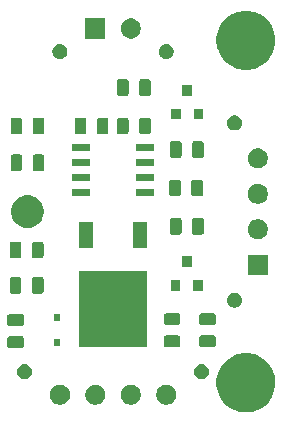
<source format=gbr>
G04 #@! TF.GenerationSoftware,KiCad,Pcbnew,(5.0.2)-1*
G04 #@! TF.CreationDate,2019-03-20T21:28:47-05:00*
G04 #@! TF.ProjectId,Contactor,436f6e74-6163-4746-9f72-2e6b69636164,rev?*
G04 #@! TF.SameCoordinates,Original*
G04 #@! TF.FileFunction,Soldermask,Top*
G04 #@! TF.FilePolarity,Negative*
%FSLAX46Y46*%
G04 Gerber Fmt 4.6, Leading zero omitted, Abs format (unit mm)*
G04 Created by KiCad (PCBNEW (5.0.2)-1) date 3/20/2019 9:28:47 PM*
%MOMM*%
%LPD*%
G01*
G04 APERTURE LIST*
%ADD10C,0.100000*%
G04 APERTURE END LIST*
D10*
G36*
X173318225Y-127064049D02*
X173479223Y-127096074D01*
X173667677Y-127174134D01*
X173934193Y-127284528D01*
X174343660Y-127558126D01*
X174691874Y-127906340D01*
X174965472Y-128315807D01*
X175032430Y-128477459D01*
X175153926Y-128770777D01*
X175185951Y-128931775D01*
X175250000Y-129253770D01*
X175250000Y-129746230D01*
X175153926Y-130229222D01*
X174965472Y-130684193D01*
X174691874Y-131093660D01*
X174343660Y-131441874D01*
X173934193Y-131715472D01*
X173667677Y-131825866D01*
X173479223Y-131903926D01*
X173318225Y-131935951D01*
X172996230Y-132000000D01*
X172503770Y-132000000D01*
X172181775Y-131935951D01*
X172020777Y-131903926D01*
X171832323Y-131825866D01*
X171565807Y-131715472D01*
X171156340Y-131441874D01*
X170808126Y-131093660D01*
X170534528Y-130684193D01*
X170346074Y-130229222D01*
X170250000Y-129746230D01*
X170250000Y-129253770D01*
X170314049Y-128931775D01*
X170346074Y-128770777D01*
X170467570Y-128477459D01*
X170534528Y-128315807D01*
X170808126Y-127906340D01*
X171156340Y-127558126D01*
X171565807Y-127284528D01*
X171832323Y-127174134D01*
X172020777Y-127096074D01*
X172181775Y-127064049D01*
X172503770Y-127000000D01*
X172996230Y-127000000D01*
X173318225Y-127064049D01*
X173318225Y-127064049D01*
G37*
G36*
X166247934Y-129682664D02*
X166402627Y-129746740D01*
X166541847Y-129839764D01*
X166660236Y-129958153D01*
X166753260Y-130097373D01*
X166817336Y-130252066D01*
X166850000Y-130416281D01*
X166850000Y-130583719D01*
X166817336Y-130747934D01*
X166753260Y-130902627D01*
X166660236Y-131041847D01*
X166541847Y-131160236D01*
X166402627Y-131253260D01*
X166247934Y-131317336D01*
X166083719Y-131350000D01*
X165916281Y-131350000D01*
X165752066Y-131317336D01*
X165597373Y-131253260D01*
X165458153Y-131160236D01*
X165339764Y-131041847D01*
X165246740Y-130902627D01*
X165182664Y-130747934D01*
X165150000Y-130583719D01*
X165150000Y-130416281D01*
X165182664Y-130252066D01*
X165246740Y-130097373D01*
X165339764Y-129958153D01*
X165458153Y-129839764D01*
X165597373Y-129746740D01*
X165752066Y-129682664D01*
X165916281Y-129650000D01*
X166083719Y-129650000D01*
X166247934Y-129682664D01*
X166247934Y-129682664D01*
G37*
G36*
X157247934Y-129682664D02*
X157402627Y-129746740D01*
X157541847Y-129839764D01*
X157660236Y-129958153D01*
X157753260Y-130097373D01*
X157817336Y-130252066D01*
X157850000Y-130416281D01*
X157850000Y-130583719D01*
X157817336Y-130747934D01*
X157753260Y-130902627D01*
X157660236Y-131041847D01*
X157541847Y-131160236D01*
X157402627Y-131253260D01*
X157247934Y-131317336D01*
X157083719Y-131350000D01*
X156916281Y-131350000D01*
X156752066Y-131317336D01*
X156597373Y-131253260D01*
X156458153Y-131160236D01*
X156339764Y-131041847D01*
X156246740Y-130902627D01*
X156182664Y-130747934D01*
X156150000Y-130583719D01*
X156150000Y-130416281D01*
X156182664Y-130252066D01*
X156246740Y-130097373D01*
X156339764Y-129958153D01*
X156458153Y-129839764D01*
X156597373Y-129746740D01*
X156752066Y-129682664D01*
X156916281Y-129650000D01*
X157083719Y-129650000D01*
X157247934Y-129682664D01*
X157247934Y-129682664D01*
G37*
G36*
X163247934Y-129682664D02*
X163402627Y-129746740D01*
X163541847Y-129839764D01*
X163660236Y-129958153D01*
X163753260Y-130097373D01*
X163817336Y-130252066D01*
X163850000Y-130416281D01*
X163850000Y-130583719D01*
X163817336Y-130747934D01*
X163753260Y-130902627D01*
X163660236Y-131041847D01*
X163541847Y-131160236D01*
X163402627Y-131253260D01*
X163247934Y-131317336D01*
X163083719Y-131350000D01*
X162916281Y-131350000D01*
X162752066Y-131317336D01*
X162597373Y-131253260D01*
X162458153Y-131160236D01*
X162339764Y-131041847D01*
X162246740Y-130902627D01*
X162182664Y-130747934D01*
X162150000Y-130583719D01*
X162150000Y-130416281D01*
X162182664Y-130252066D01*
X162246740Y-130097373D01*
X162339764Y-129958153D01*
X162458153Y-129839764D01*
X162597373Y-129746740D01*
X162752066Y-129682664D01*
X162916281Y-129650000D01*
X163083719Y-129650000D01*
X163247934Y-129682664D01*
X163247934Y-129682664D01*
G37*
G36*
X160247934Y-129682664D02*
X160402627Y-129746740D01*
X160541847Y-129839764D01*
X160660236Y-129958153D01*
X160753260Y-130097373D01*
X160817336Y-130252066D01*
X160850000Y-130416281D01*
X160850000Y-130583719D01*
X160817336Y-130747934D01*
X160753260Y-130902627D01*
X160660236Y-131041847D01*
X160541847Y-131160236D01*
X160402627Y-131253260D01*
X160247934Y-131317336D01*
X160083719Y-131350000D01*
X159916281Y-131350000D01*
X159752066Y-131317336D01*
X159597373Y-131253260D01*
X159458153Y-131160236D01*
X159339764Y-131041847D01*
X159246740Y-130902627D01*
X159182664Y-130747934D01*
X159150000Y-130583719D01*
X159150000Y-130416281D01*
X159182664Y-130252066D01*
X159246740Y-130097373D01*
X159339764Y-129958153D01*
X159458153Y-129839764D01*
X159597373Y-129746740D01*
X159752066Y-129682664D01*
X159916281Y-129650000D01*
X160083719Y-129650000D01*
X160247934Y-129682664D01*
X160247934Y-129682664D01*
G37*
G36*
X154185223Y-127929403D02*
X154300784Y-127977270D01*
X154404792Y-128046766D01*
X154493234Y-128135208D01*
X154562730Y-128239216D01*
X154610597Y-128354777D01*
X154635000Y-128477459D01*
X154635000Y-128602541D01*
X154610597Y-128725223D01*
X154562730Y-128840784D01*
X154493234Y-128944792D01*
X154404792Y-129033234D01*
X154300784Y-129102730D01*
X154185223Y-129150597D01*
X154062542Y-129175000D01*
X153937458Y-129175000D01*
X153814777Y-129150597D01*
X153699216Y-129102730D01*
X153595208Y-129033234D01*
X153506766Y-128944792D01*
X153437270Y-128840784D01*
X153389403Y-128725223D01*
X153365000Y-128602541D01*
X153365000Y-128477459D01*
X153389403Y-128354777D01*
X153437270Y-128239216D01*
X153506766Y-128135208D01*
X153595208Y-128046766D01*
X153699216Y-127977270D01*
X153814777Y-127929403D01*
X153937458Y-127905000D01*
X154062542Y-127905000D01*
X154185223Y-127929403D01*
X154185223Y-127929403D01*
G37*
G36*
X169185223Y-127929403D02*
X169300784Y-127977270D01*
X169404792Y-128046766D01*
X169493234Y-128135208D01*
X169562730Y-128239216D01*
X169610597Y-128354777D01*
X169635000Y-128477459D01*
X169635000Y-128602541D01*
X169610597Y-128725223D01*
X169562730Y-128840784D01*
X169493234Y-128944792D01*
X169404792Y-129033234D01*
X169300784Y-129102730D01*
X169185223Y-129150597D01*
X169062542Y-129175000D01*
X168937458Y-129175000D01*
X168814777Y-129150597D01*
X168699216Y-129102730D01*
X168595208Y-129033234D01*
X168506766Y-128944792D01*
X168437270Y-128840784D01*
X168389403Y-128725223D01*
X168365000Y-128602541D01*
X168365000Y-128477459D01*
X168389403Y-128354777D01*
X168437270Y-128239216D01*
X168506766Y-128135208D01*
X168595208Y-128046766D01*
X168699216Y-127977270D01*
X168814777Y-127929403D01*
X168937458Y-127905000D01*
X169062542Y-127905000D01*
X169185223Y-127929403D01*
X169185223Y-127929403D01*
G37*
G36*
X153803992Y-125566576D02*
X153837883Y-125576857D01*
X153869111Y-125593548D01*
X153896485Y-125616015D01*
X153918952Y-125643389D01*
X153935643Y-125674617D01*
X153945924Y-125708508D01*
X153950000Y-125749891D01*
X153950000Y-126350109D01*
X153945924Y-126391492D01*
X153935643Y-126425383D01*
X153918952Y-126456611D01*
X153896485Y-126483985D01*
X153869111Y-126506452D01*
X153837883Y-126523143D01*
X153803992Y-126533424D01*
X153762609Y-126537500D01*
X152737391Y-126537500D01*
X152696008Y-126533424D01*
X152662117Y-126523143D01*
X152630889Y-126506452D01*
X152603515Y-126483985D01*
X152581048Y-126456611D01*
X152564357Y-126425383D01*
X152554076Y-126391492D01*
X152550000Y-126350109D01*
X152550000Y-125749891D01*
X152554076Y-125708508D01*
X152564357Y-125674617D01*
X152581048Y-125643389D01*
X152603515Y-125616015D01*
X152630889Y-125593548D01*
X152662117Y-125576857D01*
X152696008Y-125566576D01*
X152737391Y-125562500D01*
X153762609Y-125562500D01*
X153803992Y-125566576D01*
X153803992Y-125566576D01*
G37*
G36*
X170053194Y-125496906D02*
X170087085Y-125507187D01*
X170118313Y-125523878D01*
X170145687Y-125546345D01*
X170168154Y-125573719D01*
X170184845Y-125604947D01*
X170195126Y-125638838D01*
X170199202Y-125680221D01*
X170199202Y-126280439D01*
X170195126Y-126321822D01*
X170184845Y-126355713D01*
X170168154Y-126386941D01*
X170145687Y-126414315D01*
X170118313Y-126436782D01*
X170087085Y-126453473D01*
X170053194Y-126463754D01*
X170011811Y-126467830D01*
X168986593Y-126467830D01*
X168945210Y-126463754D01*
X168911319Y-126453473D01*
X168880091Y-126436782D01*
X168852717Y-126414315D01*
X168830250Y-126386941D01*
X168813559Y-126355713D01*
X168803278Y-126321822D01*
X168799202Y-126280439D01*
X168799202Y-125680221D01*
X168803278Y-125638838D01*
X168813559Y-125604947D01*
X168830250Y-125573719D01*
X168852717Y-125546345D01*
X168880091Y-125523878D01*
X168911319Y-125507187D01*
X168945210Y-125496906D01*
X168986593Y-125492830D01*
X170011811Y-125492830D01*
X170053194Y-125496906D01*
X170053194Y-125496906D01*
G37*
G36*
X167053992Y-125496906D02*
X167087883Y-125507187D01*
X167119111Y-125523878D01*
X167146485Y-125546345D01*
X167168952Y-125573719D01*
X167185643Y-125604947D01*
X167195924Y-125638838D01*
X167200000Y-125680221D01*
X167200000Y-126280439D01*
X167195924Y-126321822D01*
X167185643Y-126355713D01*
X167168952Y-126386941D01*
X167146485Y-126414315D01*
X167119111Y-126436782D01*
X167087883Y-126453473D01*
X167053992Y-126463754D01*
X167012609Y-126467830D01*
X165987391Y-126467830D01*
X165946008Y-126463754D01*
X165912117Y-126453473D01*
X165880889Y-126436782D01*
X165853515Y-126414315D01*
X165831048Y-126386941D01*
X165814357Y-126355713D01*
X165804076Y-126321822D01*
X165800000Y-126280439D01*
X165800000Y-125680221D01*
X165804076Y-125638838D01*
X165814357Y-125604947D01*
X165831048Y-125573719D01*
X165853515Y-125546345D01*
X165880889Y-125523878D01*
X165912117Y-125507187D01*
X165946008Y-125496906D01*
X165987391Y-125492830D01*
X167012609Y-125492830D01*
X167053992Y-125496906D01*
X167053992Y-125496906D01*
G37*
G36*
X164400000Y-126450000D02*
X158600000Y-126450000D01*
X158600000Y-120050000D01*
X164400000Y-120050000D01*
X164400000Y-126450000D01*
X164400000Y-126450000D01*
G37*
G36*
X156975000Y-126350000D02*
X156525000Y-126350000D01*
X156525000Y-125750000D01*
X156975000Y-125750000D01*
X156975000Y-126350000D01*
X156975000Y-126350000D01*
G37*
G36*
X153803992Y-123691576D02*
X153837883Y-123701857D01*
X153869111Y-123718548D01*
X153896485Y-123741015D01*
X153918952Y-123768389D01*
X153935643Y-123799617D01*
X153945924Y-123833508D01*
X153950000Y-123874891D01*
X153950000Y-124475109D01*
X153945924Y-124516492D01*
X153935643Y-124550383D01*
X153918952Y-124581611D01*
X153896485Y-124608985D01*
X153869111Y-124631452D01*
X153837883Y-124648143D01*
X153803992Y-124658424D01*
X153762609Y-124662500D01*
X152737391Y-124662500D01*
X152696008Y-124658424D01*
X152662117Y-124648143D01*
X152630889Y-124631452D01*
X152603515Y-124608985D01*
X152581048Y-124581611D01*
X152564357Y-124550383D01*
X152554076Y-124516492D01*
X152550000Y-124475109D01*
X152550000Y-123874891D01*
X152554076Y-123833508D01*
X152564357Y-123799617D01*
X152581048Y-123768389D01*
X152603515Y-123741015D01*
X152630889Y-123718548D01*
X152662117Y-123701857D01*
X152696008Y-123691576D01*
X152737391Y-123687500D01*
X153762609Y-123687500D01*
X153803992Y-123691576D01*
X153803992Y-123691576D01*
G37*
G36*
X170053194Y-123621906D02*
X170087085Y-123632187D01*
X170118313Y-123648878D01*
X170145687Y-123671345D01*
X170168154Y-123698719D01*
X170184845Y-123729947D01*
X170195126Y-123763838D01*
X170199202Y-123805221D01*
X170199202Y-124405439D01*
X170195126Y-124446822D01*
X170184845Y-124480713D01*
X170168154Y-124511941D01*
X170145687Y-124539315D01*
X170118313Y-124561782D01*
X170087085Y-124578473D01*
X170053194Y-124588754D01*
X170011811Y-124592830D01*
X168986593Y-124592830D01*
X168945210Y-124588754D01*
X168911319Y-124578473D01*
X168880091Y-124561782D01*
X168852717Y-124539315D01*
X168830250Y-124511941D01*
X168813559Y-124480713D01*
X168803278Y-124446822D01*
X168799202Y-124405439D01*
X168799202Y-123805221D01*
X168803278Y-123763838D01*
X168813559Y-123729947D01*
X168830250Y-123698719D01*
X168852717Y-123671345D01*
X168880091Y-123648878D01*
X168911319Y-123632187D01*
X168945210Y-123621906D01*
X168986593Y-123617830D01*
X170011811Y-123617830D01*
X170053194Y-123621906D01*
X170053194Y-123621906D01*
G37*
G36*
X167053992Y-123621906D02*
X167087883Y-123632187D01*
X167119111Y-123648878D01*
X167146485Y-123671345D01*
X167168952Y-123698719D01*
X167185643Y-123729947D01*
X167195924Y-123763838D01*
X167200000Y-123805221D01*
X167200000Y-124405439D01*
X167195924Y-124446822D01*
X167185643Y-124480713D01*
X167168952Y-124511941D01*
X167146485Y-124539315D01*
X167119111Y-124561782D01*
X167087883Y-124578473D01*
X167053992Y-124588754D01*
X167012609Y-124592830D01*
X165987391Y-124592830D01*
X165946008Y-124588754D01*
X165912117Y-124578473D01*
X165880889Y-124561782D01*
X165853515Y-124539315D01*
X165831048Y-124511941D01*
X165814357Y-124480713D01*
X165804076Y-124446822D01*
X165800000Y-124405439D01*
X165800000Y-123805221D01*
X165804076Y-123763838D01*
X165814357Y-123729947D01*
X165831048Y-123698719D01*
X165853515Y-123671345D01*
X165880889Y-123648878D01*
X165912117Y-123632187D01*
X165946008Y-123621906D01*
X165987391Y-123617830D01*
X167012609Y-123617830D01*
X167053992Y-123621906D01*
X167053992Y-123621906D01*
G37*
G36*
X156975000Y-124250000D02*
X156525000Y-124250000D01*
X156525000Y-123650000D01*
X156975000Y-123650000D01*
X156975000Y-124250000D01*
X156975000Y-124250000D01*
G37*
G36*
X171920948Y-121878607D02*
X171975223Y-121889403D01*
X172090784Y-121937270D01*
X172194792Y-122006766D01*
X172283234Y-122095208D01*
X172352730Y-122199216D01*
X172400597Y-122314777D01*
X172425000Y-122437459D01*
X172425000Y-122562541D01*
X172400597Y-122685223D01*
X172352730Y-122800784D01*
X172283234Y-122904792D01*
X172194792Y-122993234D01*
X172090784Y-123062730D01*
X171975223Y-123110597D01*
X171852542Y-123135000D01*
X171727458Y-123135000D01*
X171604777Y-123110597D01*
X171489216Y-123062730D01*
X171385208Y-122993234D01*
X171296766Y-122904792D01*
X171227270Y-122800784D01*
X171179403Y-122685223D01*
X171155000Y-122562541D01*
X171155000Y-122437459D01*
X171179403Y-122314777D01*
X171227270Y-122199216D01*
X171296766Y-122095208D01*
X171385208Y-122006766D01*
X171489216Y-121937270D01*
X171604777Y-121889403D01*
X171659052Y-121878607D01*
X171727458Y-121865000D01*
X171852542Y-121865000D01*
X171920948Y-121878607D01*
X171920948Y-121878607D01*
G37*
G36*
X155466492Y-120554076D02*
X155500383Y-120564357D01*
X155531611Y-120581048D01*
X155558985Y-120603515D01*
X155581452Y-120630889D01*
X155598143Y-120662117D01*
X155608424Y-120696008D01*
X155612500Y-120737391D01*
X155612500Y-121762609D01*
X155608424Y-121803992D01*
X155598143Y-121837883D01*
X155581452Y-121869111D01*
X155558985Y-121896485D01*
X155531611Y-121918952D01*
X155500383Y-121935643D01*
X155466492Y-121945924D01*
X155425109Y-121950000D01*
X154824891Y-121950000D01*
X154783508Y-121945924D01*
X154749617Y-121935643D01*
X154718389Y-121918952D01*
X154691015Y-121896485D01*
X154668548Y-121869111D01*
X154651857Y-121837883D01*
X154641576Y-121803992D01*
X154637500Y-121762609D01*
X154637500Y-120737391D01*
X154641576Y-120696008D01*
X154651857Y-120662117D01*
X154668548Y-120630889D01*
X154691015Y-120603515D01*
X154718389Y-120581048D01*
X154749617Y-120564357D01*
X154783508Y-120554076D01*
X154824891Y-120550000D01*
X155425109Y-120550000D01*
X155466492Y-120554076D01*
X155466492Y-120554076D01*
G37*
G36*
X153591492Y-120554076D02*
X153625383Y-120564357D01*
X153656611Y-120581048D01*
X153683985Y-120603515D01*
X153706452Y-120630889D01*
X153723143Y-120662117D01*
X153733424Y-120696008D01*
X153737500Y-120737391D01*
X153737500Y-121762609D01*
X153733424Y-121803992D01*
X153723143Y-121837883D01*
X153706452Y-121869111D01*
X153683985Y-121896485D01*
X153656611Y-121918952D01*
X153625383Y-121935643D01*
X153591492Y-121945924D01*
X153550109Y-121950000D01*
X152949891Y-121950000D01*
X152908508Y-121945924D01*
X152874617Y-121935643D01*
X152843389Y-121918952D01*
X152816015Y-121896485D01*
X152793548Y-121869111D01*
X152776857Y-121837883D01*
X152766576Y-121803992D01*
X152762500Y-121762609D01*
X152762500Y-120737391D01*
X152766576Y-120696008D01*
X152776857Y-120662117D01*
X152793548Y-120630889D01*
X152816015Y-120603515D01*
X152843389Y-120581048D01*
X152874617Y-120564357D01*
X152908508Y-120554076D01*
X152949891Y-120550000D01*
X153550109Y-120550000D01*
X153591492Y-120554076D01*
X153591492Y-120554076D01*
G37*
G36*
X167200000Y-121700000D02*
X166400000Y-121700000D01*
X166400000Y-120800000D01*
X167200000Y-120800000D01*
X167200000Y-121700000D01*
X167200000Y-121700000D01*
G37*
G36*
X169100000Y-121700000D02*
X168300000Y-121700000D01*
X168300000Y-120800000D01*
X169100000Y-120800000D01*
X169100000Y-121700000D01*
X169100000Y-121700000D01*
G37*
G36*
X174600000Y-120350000D02*
X172900000Y-120350000D01*
X172900000Y-118650000D01*
X174600000Y-118650000D01*
X174600000Y-120350000D01*
X174600000Y-120350000D01*
G37*
G36*
X168150000Y-119700000D02*
X167350000Y-119700000D01*
X167350000Y-118800000D01*
X168150000Y-118800000D01*
X168150000Y-119700000D01*
X168150000Y-119700000D01*
G37*
G36*
X155466492Y-117554076D02*
X155500383Y-117564357D01*
X155531611Y-117581048D01*
X155558985Y-117603515D01*
X155581452Y-117630889D01*
X155598143Y-117662117D01*
X155608424Y-117696008D01*
X155612500Y-117737391D01*
X155612500Y-118762609D01*
X155608424Y-118803992D01*
X155598143Y-118837883D01*
X155581452Y-118869111D01*
X155558985Y-118896485D01*
X155531611Y-118918952D01*
X155500383Y-118935643D01*
X155466492Y-118945924D01*
X155425109Y-118950000D01*
X154824891Y-118950000D01*
X154783508Y-118945924D01*
X154749617Y-118935643D01*
X154718389Y-118918952D01*
X154691015Y-118896485D01*
X154668548Y-118869111D01*
X154651857Y-118837883D01*
X154641576Y-118803992D01*
X154637500Y-118762609D01*
X154637500Y-117737391D01*
X154641576Y-117696008D01*
X154651857Y-117662117D01*
X154668548Y-117630889D01*
X154691015Y-117603515D01*
X154718389Y-117581048D01*
X154749617Y-117564357D01*
X154783508Y-117554076D01*
X154824891Y-117550000D01*
X155425109Y-117550000D01*
X155466492Y-117554076D01*
X155466492Y-117554076D01*
G37*
G36*
X153591492Y-117554076D02*
X153625383Y-117564357D01*
X153656611Y-117581048D01*
X153683985Y-117603515D01*
X153706452Y-117630889D01*
X153723143Y-117662117D01*
X153733424Y-117696008D01*
X153737500Y-117737391D01*
X153737500Y-118762609D01*
X153733424Y-118803992D01*
X153723143Y-118837883D01*
X153706452Y-118869111D01*
X153683985Y-118896485D01*
X153656611Y-118918952D01*
X153625383Y-118935643D01*
X153591492Y-118945924D01*
X153550109Y-118950000D01*
X152949891Y-118950000D01*
X152908508Y-118945924D01*
X152874617Y-118935643D01*
X152843389Y-118918952D01*
X152816015Y-118896485D01*
X152793548Y-118869111D01*
X152776857Y-118837883D01*
X152766576Y-118803992D01*
X152762500Y-118762609D01*
X152762500Y-117737391D01*
X152766576Y-117696008D01*
X152776857Y-117662117D01*
X152793548Y-117630889D01*
X152816015Y-117603515D01*
X152843389Y-117581048D01*
X152874617Y-117564357D01*
X152908508Y-117554076D01*
X152949891Y-117550000D01*
X153550109Y-117550000D01*
X153591492Y-117554076D01*
X153591492Y-117554076D01*
G37*
G36*
X164380000Y-118050000D02*
X163180000Y-118050000D01*
X163180000Y-115850000D01*
X164380000Y-115850000D01*
X164380000Y-118050000D01*
X164380000Y-118050000D01*
G37*
G36*
X159820000Y-118050000D02*
X158620000Y-118050000D01*
X158620000Y-115850000D01*
X159820000Y-115850000D01*
X159820000Y-118050000D01*
X159820000Y-118050000D01*
G37*
G36*
X173997934Y-115682664D02*
X174152627Y-115746740D01*
X174291847Y-115839764D01*
X174410236Y-115958153D01*
X174503260Y-116097373D01*
X174567336Y-116252066D01*
X174600000Y-116416281D01*
X174600000Y-116583719D01*
X174567336Y-116747934D01*
X174503260Y-116902627D01*
X174410236Y-117041847D01*
X174291847Y-117160236D01*
X174152627Y-117253260D01*
X173997934Y-117317336D01*
X173833719Y-117350000D01*
X173666281Y-117350000D01*
X173502066Y-117317336D01*
X173347373Y-117253260D01*
X173208153Y-117160236D01*
X173089764Y-117041847D01*
X172996740Y-116902627D01*
X172932664Y-116747934D01*
X172900000Y-116583719D01*
X172900000Y-116416281D01*
X172932664Y-116252066D01*
X172996740Y-116097373D01*
X173089764Y-115958153D01*
X173208153Y-115839764D01*
X173347373Y-115746740D01*
X173502066Y-115682664D01*
X173666281Y-115650000D01*
X173833719Y-115650000D01*
X173997934Y-115682664D01*
X173997934Y-115682664D01*
G37*
G36*
X167153992Y-115554076D02*
X167187883Y-115564357D01*
X167219111Y-115581048D01*
X167246485Y-115603515D01*
X167268952Y-115630889D01*
X167285643Y-115662117D01*
X167295924Y-115696008D01*
X167300000Y-115737391D01*
X167300000Y-116762609D01*
X167295924Y-116803992D01*
X167285643Y-116837883D01*
X167268952Y-116869111D01*
X167246485Y-116896485D01*
X167219111Y-116918952D01*
X167187883Y-116935643D01*
X167153992Y-116945924D01*
X167112609Y-116950000D01*
X166512391Y-116950000D01*
X166471008Y-116945924D01*
X166437117Y-116935643D01*
X166405889Y-116918952D01*
X166378515Y-116896485D01*
X166356048Y-116869111D01*
X166339357Y-116837883D01*
X166329076Y-116803992D01*
X166325000Y-116762609D01*
X166325000Y-115737391D01*
X166329076Y-115696008D01*
X166339357Y-115662117D01*
X166356048Y-115630889D01*
X166378515Y-115603515D01*
X166405889Y-115581048D01*
X166437117Y-115564357D01*
X166471008Y-115554076D01*
X166512391Y-115550000D01*
X167112609Y-115550000D01*
X167153992Y-115554076D01*
X167153992Y-115554076D01*
G37*
G36*
X169028992Y-115554076D02*
X169062883Y-115564357D01*
X169094111Y-115581048D01*
X169121485Y-115603515D01*
X169143952Y-115630889D01*
X169160643Y-115662117D01*
X169170924Y-115696008D01*
X169175000Y-115737391D01*
X169175000Y-116762609D01*
X169170924Y-116803992D01*
X169160643Y-116837883D01*
X169143952Y-116869111D01*
X169121485Y-116896485D01*
X169094111Y-116918952D01*
X169062883Y-116935643D01*
X169028992Y-116945924D01*
X168987609Y-116950000D01*
X168387391Y-116950000D01*
X168346008Y-116945924D01*
X168312117Y-116935643D01*
X168280889Y-116918952D01*
X168253515Y-116896485D01*
X168231048Y-116869111D01*
X168214357Y-116837883D01*
X168204076Y-116803992D01*
X168200000Y-116762609D01*
X168200000Y-115737391D01*
X168204076Y-115696008D01*
X168214357Y-115662117D01*
X168231048Y-115630889D01*
X168253515Y-115603515D01*
X168280889Y-115581048D01*
X168312117Y-115564357D01*
X168346008Y-115554076D01*
X168387391Y-115550000D01*
X168987609Y-115550000D01*
X169028992Y-115554076D01*
X169028992Y-115554076D01*
G37*
G36*
X154483966Y-113619111D02*
X154658365Y-113653801D01*
X154913149Y-113759336D01*
X155127597Y-113902626D01*
X155142451Y-113912551D01*
X155337449Y-114107549D01*
X155337451Y-114107552D01*
X155477624Y-114317335D01*
X155490665Y-114336853D01*
X155521575Y-114411477D01*
X155596199Y-114591635D01*
X155650000Y-114862112D01*
X155650000Y-115137888D01*
X155596199Y-115408365D01*
X155524671Y-115581048D01*
X155491092Y-115662117D01*
X155490664Y-115663149D01*
X155468708Y-115696008D01*
X155337449Y-115892451D01*
X155142451Y-116087449D01*
X155142448Y-116087451D01*
X154913149Y-116240664D01*
X154658365Y-116346199D01*
X154523127Y-116373099D01*
X154387889Y-116400000D01*
X154112111Y-116400000D01*
X153976873Y-116373099D01*
X153841635Y-116346199D01*
X153586851Y-116240664D01*
X153357552Y-116087451D01*
X153357549Y-116087449D01*
X153162551Y-115892451D01*
X153031292Y-115696008D01*
X153009336Y-115663149D01*
X153008909Y-115662117D01*
X152975329Y-115581048D01*
X152903801Y-115408365D01*
X152850000Y-115137888D01*
X152850000Y-114862112D01*
X152903801Y-114591635D01*
X152978425Y-114411477D01*
X153009335Y-114336853D01*
X153022377Y-114317335D01*
X153162549Y-114107552D01*
X153162551Y-114107549D01*
X153357549Y-113912551D01*
X153372403Y-113902626D01*
X153586851Y-113759336D01*
X153841635Y-113653801D01*
X154016034Y-113619111D01*
X154112111Y-113600000D01*
X154387889Y-113600000D01*
X154483966Y-113619111D01*
X154483966Y-113619111D01*
G37*
G36*
X173997934Y-112682664D02*
X174152627Y-112746740D01*
X174291847Y-112839764D01*
X174410236Y-112958153D01*
X174503260Y-113097373D01*
X174567336Y-113252066D01*
X174600000Y-113416281D01*
X174600000Y-113583719D01*
X174567336Y-113747934D01*
X174503260Y-113902627D01*
X174410236Y-114041847D01*
X174291847Y-114160236D01*
X174152627Y-114253260D01*
X173997934Y-114317336D01*
X173833719Y-114350000D01*
X173666281Y-114350000D01*
X173502066Y-114317336D01*
X173347373Y-114253260D01*
X173208153Y-114160236D01*
X173089764Y-114041847D01*
X172996740Y-113902627D01*
X172932664Y-113747934D01*
X172900000Y-113583719D01*
X172900000Y-113416281D01*
X172932664Y-113252066D01*
X172996740Y-113097373D01*
X173089764Y-112958153D01*
X173208153Y-112839764D01*
X173347373Y-112746740D01*
X173502066Y-112682664D01*
X173666281Y-112650000D01*
X173833719Y-112650000D01*
X173997934Y-112682664D01*
X173997934Y-112682664D01*
G37*
G36*
X164975000Y-113705000D02*
X163425000Y-113705000D01*
X163425000Y-113105000D01*
X164975000Y-113105000D01*
X164975000Y-113705000D01*
X164975000Y-113705000D01*
G37*
G36*
X159575000Y-113705000D02*
X158025000Y-113705000D01*
X158025000Y-113105000D01*
X159575000Y-113105000D01*
X159575000Y-113705000D01*
X159575000Y-113705000D01*
G37*
G36*
X167091492Y-112304076D02*
X167125383Y-112314357D01*
X167156611Y-112331048D01*
X167183985Y-112353515D01*
X167206452Y-112380889D01*
X167223143Y-112412117D01*
X167233424Y-112446008D01*
X167237500Y-112487391D01*
X167237500Y-113512609D01*
X167233424Y-113553992D01*
X167223143Y-113587883D01*
X167206452Y-113619111D01*
X167183985Y-113646485D01*
X167156611Y-113668952D01*
X167125383Y-113685643D01*
X167091492Y-113695924D01*
X167050109Y-113700000D01*
X166449891Y-113700000D01*
X166408508Y-113695924D01*
X166374617Y-113685643D01*
X166343389Y-113668952D01*
X166316015Y-113646485D01*
X166293548Y-113619111D01*
X166276857Y-113587883D01*
X166266576Y-113553992D01*
X166262500Y-113512609D01*
X166262500Y-112487391D01*
X166266576Y-112446008D01*
X166276857Y-112412117D01*
X166293548Y-112380889D01*
X166316015Y-112353515D01*
X166343389Y-112331048D01*
X166374617Y-112314357D01*
X166408508Y-112304076D01*
X166449891Y-112300000D01*
X167050109Y-112300000D01*
X167091492Y-112304076D01*
X167091492Y-112304076D01*
G37*
G36*
X168966492Y-112304076D02*
X169000383Y-112314357D01*
X169031611Y-112331048D01*
X169058985Y-112353515D01*
X169081452Y-112380889D01*
X169098143Y-112412117D01*
X169108424Y-112446008D01*
X169112500Y-112487391D01*
X169112500Y-113512609D01*
X169108424Y-113553992D01*
X169098143Y-113587883D01*
X169081452Y-113619111D01*
X169058985Y-113646485D01*
X169031611Y-113668952D01*
X169000383Y-113685643D01*
X168966492Y-113695924D01*
X168925109Y-113700000D01*
X168324891Y-113700000D01*
X168283508Y-113695924D01*
X168249617Y-113685643D01*
X168218389Y-113668952D01*
X168191015Y-113646485D01*
X168168548Y-113619111D01*
X168151857Y-113587883D01*
X168141576Y-113553992D01*
X168137500Y-113512609D01*
X168137500Y-112487391D01*
X168141576Y-112446008D01*
X168151857Y-112412117D01*
X168168548Y-112380889D01*
X168191015Y-112353515D01*
X168218389Y-112331048D01*
X168249617Y-112314357D01*
X168283508Y-112304076D01*
X168324891Y-112300000D01*
X168925109Y-112300000D01*
X168966492Y-112304076D01*
X168966492Y-112304076D01*
G37*
G36*
X164975000Y-112435000D02*
X163425000Y-112435000D01*
X163425000Y-111835000D01*
X164975000Y-111835000D01*
X164975000Y-112435000D01*
X164975000Y-112435000D01*
G37*
G36*
X159575000Y-112435000D02*
X158025000Y-112435000D01*
X158025000Y-111835000D01*
X159575000Y-111835000D01*
X159575000Y-112435000D01*
X159575000Y-112435000D01*
G37*
G36*
X155528992Y-110174076D02*
X155562883Y-110184357D01*
X155594111Y-110201048D01*
X155621485Y-110223515D01*
X155643952Y-110250889D01*
X155660643Y-110282117D01*
X155670924Y-110316008D01*
X155675000Y-110357391D01*
X155675000Y-111382609D01*
X155670924Y-111423992D01*
X155660643Y-111457883D01*
X155643952Y-111489111D01*
X155621485Y-111516485D01*
X155594111Y-111538952D01*
X155562883Y-111555643D01*
X155528992Y-111565924D01*
X155487609Y-111570000D01*
X154887391Y-111570000D01*
X154846008Y-111565924D01*
X154812117Y-111555643D01*
X154780889Y-111538952D01*
X154753515Y-111516485D01*
X154731048Y-111489111D01*
X154714357Y-111457883D01*
X154704076Y-111423992D01*
X154700000Y-111382609D01*
X154700000Y-110357391D01*
X154704076Y-110316008D01*
X154714357Y-110282117D01*
X154731048Y-110250889D01*
X154753515Y-110223515D01*
X154780889Y-110201048D01*
X154812117Y-110184357D01*
X154846008Y-110174076D01*
X154887391Y-110170000D01*
X155487609Y-110170000D01*
X155528992Y-110174076D01*
X155528992Y-110174076D01*
G37*
G36*
X153653992Y-110174076D02*
X153687883Y-110184357D01*
X153719111Y-110201048D01*
X153746485Y-110223515D01*
X153768952Y-110250889D01*
X153785643Y-110282117D01*
X153795924Y-110316008D01*
X153800000Y-110357391D01*
X153800000Y-111382609D01*
X153795924Y-111423992D01*
X153785643Y-111457883D01*
X153768952Y-111489111D01*
X153746485Y-111516485D01*
X153719111Y-111538952D01*
X153687883Y-111555643D01*
X153653992Y-111565924D01*
X153612609Y-111570000D01*
X153012391Y-111570000D01*
X152971008Y-111565924D01*
X152937117Y-111555643D01*
X152905889Y-111538952D01*
X152878515Y-111516485D01*
X152856048Y-111489111D01*
X152839357Y-111457883D01*
X152829076Y-111423992D01*
X152825000Y-111382609D01*
X152825000Y-110357391D01*
X152829076Y-110316008D01*
X152839357Y-110282117D01*
X152856048Y-110250889D01*
X152878515Y-110223515D01*
X152905889Y-110201048D01*
X152937117Y-110184357D01*
X152971008Y-110174076D01*
X153012391Y-110170000D01*
X153612609Y-110170000D01*
X153653992Y-110174076D01*
X153653992Y-110174076D01*
G37*
G36*
X173997934Y-109682664D02*
X174152627Y-109746740D01*
X174291847Y-109839764D01*
X174410236Y-109958153D01*
X174503260Y-110097373D01*
X174567336Y-110252066D01*
X174600000Y-110416281D01*
X174600000Y-110583719D01*
X174567336Y-110747934D01*
X174503260Y-110902627D01*
X174410236Y-111041847D01*
X174291847Y-111160236D01*
X174152627Y-111253260D01*
X173997934Y-111317336D01*
X173833719Y-111350000D01*
X173666281Y-111350000D01*
X173502066Y-111317336D01*
X173347373Y-111253260D01*
X173208153Y-111160236D01*
X173089764Y-111041847D01*
X172996740Y-110902627D01*
X172932664Y-110747934D01*
X172900000Y-110583719D01*
X172900000Y-110416281D01*
X172932664Y-110252066D01*
X172996740Y-110097373D01*
X173089764Y-109958153D01*
X173208153Y-109839764D01*
X173347373Y-109746740D01*
X173502066Y-109682664D01*
X173666281Y-109650000D01*
X173833719Y-109650000D01*
X173997934Y-109682664D01*
X173997934Y-109682664D01*
G37*
G36*
X159575000Y-111165000D02*
X158025000Y-111165000D01*
X158025000Y-110565000D01*
X159575000Y-110565000D01*
X159575000Y-111165000D01*
X159575000Y-111165000D01*
G37*
G36*
X164975000Y-111165000D02*
X163425000Y-111165000D01*
X163425000Y-110565000D01*
X164975000Y-110565000D01*
X164975000Y-111165000D01*
X164975000Y-111165000D01*
G37*
G36*
X167153992Y-109054076D02*
X167187883Y-109064357D01*
X167219111Y-109081048D01*
X167246485Y-109103515D01*
X167268952Y-109130889D01*
X167285643Y-109162117D01*
X167295924Y-109196008D01*
X167300000Y-109237391D01*
X167300000Y-110262609D01*
X167295924Y-110303992D01*
X167285643Y-110337883D01*
X167268952Y-110369111D01*
X167246485Y-110396485D01*
X167219111Y-110418952D01*
X167187883Y-110435643D01*
X167153992Y-110445924D01*
X167112609Y-110450000D01*
X166512391Y-110450000D01*
X166471008Y-110445924D01*
X166437117Y-110435643D01*
X166405889Y-110418952D01*
X166378515Y-110396485D01*
X166356048Y-110369111D01*
X166339357Y-110337883D01*
X166329076Y-110303992D01*
X166325000Y-110262609D01*
X166325000Y-109237391D01*
X166329076Y-109196008D01*
X166339357Y-109162117D01*
X166356048Y-109130889D01*
X166378515Y-109103515D01*
X166405889Y-109081048D01*
X166437117Y-109064357D01*
X166471008Y-109054076D01*
X166512391Y-109050000D01*
X167112609Y-109050000D01*
X167153992Y-109054076D01*
X167153992Y-109054076D01*
G37*
G36*
X169028992Y-109054076D02*
X169062883Y-109064357D01*
X169094111Y-109081048D01*
X169121485Y-109103515D01*
X169143952Y-109130889D01*
X169160643Y-109162117D01*
X169170924Y-109196008D01*
X169175000Y-109237391D01*
X169175000Y-110262609D01*
X169170924Y-110303992D01*
X169160643Y-110337883D01*
X169143952Y-110369111D01*
X169121485Y-110396485D01*
X169094111Y-110418952D01*
X169062883Y-110435643D01*
X169028992Y-110445924D01*
X168987609Y-110450000D01*
X168387391Y-110450000D01*
X168346008Y-110445924D01*
X168312117Y-110435643D01*
X168280889Y-110418952D01*
X168253515Y-110396485D01*
X168231048Y-110369111D01*
X168214357Y-110337883D01*
X168204076Y-110303992D01*
X168200000Y-110262609D01*
X168200000Y-109237391D01*
X168204076Y-109196008D01*
X168214357Y-109162117D01*
X168231048Y-109130889D01*
X168253515Y-109103515D01*
X168280889Y-109081048D01*
X168312117Y-109064357D01*
X168346008Y-109054076D01*
X168387391Y-109050000D01*
X168987609Y-109050000D01*
X169028992Y-109054076D01*
X169028992Y-109054076D01*
G37*
G36*
X159575000Y-109895000D02*
X158025000Y-109895000D01*
X158025000Y-109295000D01*
X159575000Y-109295000D01*
X159575000Y-109895000D01*
X159575000Y-109895000D01*
G37*
G36*
X164975000Y-109895000D02*
X163425000Y-109895000D01*
X163425000Y-109295000D01*
X164975000Y-109295000D01*
X164975000Y-109895000D01*
X164975000Y-109895000D01*
G37*
G36*
X153653992Y-107054076D02*
X153687883Y-107064357D01*
X153719111Y-107081048D01*
X153746485Y-107103515D01*
X153768952Y-107130889D01*
X153785643Y-107162117D01*
X153795924Y-107196008D01*
X153800000Y-107237391D01*
X153800000Y-108262609D01*
X153795924Y-108303992D01*
X153785643Y-108337883D01*
X153768952Y-108369111D01*
X153746485Y-108396485D01*
X153719111Y-108418952D01*
X153687883Y-108435643D01*
X153653992Y-108445924D01*
X153612609Y-108450000D01*
X153012391Y-108450000D01*
X152971008Y-108445924D01*
X152937117Y-108435643D01*
X152905889Y-108418952D01*
X152878515Y-108396485D01*
X152856048Y-108369111D01*
X152839357Y-108337883D01*
X152829076Y-108303992D01*
X152825000Y-108262609D01*
X152825000Y-107237391D01*
X152829076Y-107196008D01*
X152839357Y-107162117D01*
X152856048Y-107130889D01*
X152878515Y-107103515D01*
X152905889Y-107081048D01*
X152937117Y-107064357D01*
X152971008Y-107054076D01*
X153012391Y-107050000D01*
X153612609Y-107050000D01*
X153653992Y-107054076D01*
X153653992Y-107054076D01*
G37*
G36*
X162666492Y-107054076D02*
X162700383Y-107064357D01*
X162731611Y-107081048D01*
X162758985Y-107103515D01*
X162781452Y-107130889D01*
X162798143Y-107162117D01*
X162808424Y-107196008D01*
X162812500Y-107237391D01*
X162812500Y-108262609D01*
X162808424Y-108303992D01*
X162798143Y-108337883D01*
X162781452Y-108369111D01*
X162758985Y-108396485D01*
X162731611Y-108418952D01*
X162700383Y-108435643D01*
X162666492Y-108445924D01*
X162625109Y-108450000D01*
X162024891Y-108450000D01*
X161983508Y-108445924D01*
X161949617Y-108435643D01*
X161918389Y-108418952D01*
X161891015Y-108396485D01*
X161868548Y-108369111D01*
X161851857Y-108337883D01*
X161841576Y-108303992D01*
X161837500Y-108262609D01*
X161837500Y-107237391D01*
X161841576Y-107196008D01*
X161851857Y-107162117D01*
X161868548Y-107130889D01*
X161891015Y-107103515D01*
X161918389Y-107081048D01*
X161949617Y-107064357D01*
X161983508Y-107054076D01*
X162024891Y-107050000D01*
X162625109Y-107050000D01*
X162666492Y-107054076D01*
X162666492Y-107054076D01*
G37*
G36*
X155528992Y-107054076D02*
X155562883Y-107064357D01*
X155594111Y-107081048D01*
X155621485Y-107103515D01*
X155643952Y-107130889D01*
X155660643Y-107162117D01*
X155670924Y-107196008D01*
X155675000Y-107237391D01*
X155675000Y-108262609D01*
X155670924Y-108303992D01*
X155660643Y-108337883D01*
X155643952Y-108369111D01*
X155621485Y-108396485D01*
X155594111Y-108418952D01*
X155562883Y-108435643D01*
X155528992Y-108445924D01*
X155487609Y-108450000D01*
X154887391Y-108450000D01*
X154846008Y-108445924D01*
X154812117Y-108435643D01*
X154780889Y-108418952D01*
X154753515Y-108396485D01*
X154731048Y-108369111D01*
X154714357Y-108337883D01*
X154704076Y-108303992D01*
X154700000Y-108262609D01*
X154700000Y-107237391D01*
X154704076Y-107196008D01*
X154714357Y-107162117D01*
X154731048Y-107130889D01*
X154753515Y-107103515D01*
X154780889Y-107081048D01*
X154812117Y-107064357D01*
X154846008Y-107054076D01*
X154887391Y-107050000D01*
X155487609Y-107050000D01*
X155528992Y-107054076D01*
X155528992Y-107054076D01*
G37*
G36*
X159091492Y-107054076D02*
X159125383Y-107064357D01*
X159156611Y-107081048D01*
X159183985Y-107103515D01*
X159206452Y-107130889D01*
X159223143Y-107162117D01*
X159233424Y-107196008D01*
X159237500Y-107237391D01*
X159237500Y-108262609D01*
X159233424Y-108303992D01*
X159223143Y-108337883D01*
X159206452Y-108369111D01*
X159183985Y-108396485D01*
X159156611Y-108418952D01*
X159125383Y-108435643D01*
X159091492Y-108445924D01*
X159050109Y-108450000D01*
X158449891Y-108450000D01*
X158408508Y-108445924D01*
X158374617Y-108435643D01*
X158343389Y-108418952D01*
X158316015Y-108396485D01*
X158293548Y-108369111D01*
X158276857Y-108337883D01*
X158266576Y-108303992D01*
X158262500Y-108262609D01*
X158262500Y-107237391D01*
X158266576Y-107196008D01*
X158276857Y-107162117D01*
X158293548Y-107130889D01*
X158316015Y-107103515D01*
X158343389Y-107081048D01*
X158374617Y-107064357D01*
X158408508Y-107054076D01*
X158449891Y-107050000D01*
X159050109Y-107050000D01*
X159091492Y-107054076D01*
X159091492Y-107054076D01*
G37*
G36*
X160966492Y-107054076D02*
X161000383Y-107064357D01*
X161031611Y-107081048D01*
X161058985Y-107103515D01*
X161081452Y-107130889D01*
X161098143Y-107162117D01*
X161108424Y-107196008D01*
X161112500Y-107237391D01*
X161112500Y-108262609D01*
X161108424Y-108303992D01*
X161098143Y-108337883D01*
X161081452Y-108369111D01*
X161058985Y-108396485D01*
X161031611Y-108418952D01*
X161000383Y-108435643D01*
X160966492Y-108445924D01*
X160925109Y-108450000D01*
X160324891Y-108450000D01*
X160283508Y-108445924D01*
X160249617Y-108435643D01*
X160218389Y-108418952D01*
X160191015Y-108396485D01*
X160168548Y-108369111D01*
X160151857Y-108337883D01*
X160141576Y-108303992D01*
X160137500Y-108262609D01*
X160137500Y-107237391D01*
X160141576Y-107196008D01*
X160151857Y-107162117D01*
X160168548Y-107130889D01*
X160191015Y-107103515D01*
X160218389Y-107081048D01*
X160249617Y-107064357D01*
X160283508Y-107054076D01*
X160324891Y-107050000D01*
X160925109Y-107050000D01*
X160966492Y-107054076D01*
X160966492Y-107054076D01*
G37*
G36*
X164541492Y-107054076D02*
X164575383Y-107064357D01*
X164606611Y-107081048D01*
X164633985Y-107103515D01*
X164656452Y-107130889D01*
X164673143Y-107162117D01*
X164683424Y-107196008D01*
X164687500Y-107237391D01*
X164687500Y-108262609D01*
X164683424Y-108303992D01*
X164673143Y-108337883D01*
X164656452Y-108369111D01*
X164633985Y-108396485D01*
X164606611Y-108418952D01*
X164575383Y-108435643D01*
X164541492Y-108445924D01*
X164500109Y-108450000D01*
X163899891Y-108450000D01*
X163858508Y-108445924D01*
X163824617Y-108435643D01*
X163793389Y-108418952D01*
X163766015Y-108396485D01*
X163743548Y-108369111D01*
X163726857Y-108337883D01*
X163716576Y-108303992D01*
X163712500Y-108262609D01*
X163712500Y-107237391D01*
X163716576Y-107196008D01*
X163726857Y-107162117D01*
X163743548Y-107130889D01*
X163766015Y-107103515D01*
X163793389Y-107081048D01*
X163824617Y-107064357D01*
X163858508Y-107054076D01*
X163899891Y-107050000D01*
X164500109Y-107050000D01*
X164541492Y-107054076D01*
X164541492Y-107054076D01*
G37*
G36*
X171975223Y-106889403D02*
X172090784Y-106937270D01*
X172194792Y-107006766D01*
X172283234Y-107095208D01*
X172352730Y-107199216D01*
X172400597Y-107314777D01*
X172425000Y-107437459D01*
X172425000Y-107562541D01*
X172400597Y-107685223D01*
X172352730Y-107800784D01*
X172283234Y-107904792D01*
X172194792Y-107993234D01*
X172090784Y-108062730D01*
X171975223Y-108110597D01*
X171852542Y-108135000D01*
X171727458Y-108135000D01*
X171604777Y-108110597D01*
X171489216Y-108062730D01*
X171385208Y-107993234D01*
X171296766Y-107904792D01*
X171227270Y-107800784D01*
X171179403Y-107685223D01*
X171155000Y-107562541D01*
X171155000Y-107437459D01*
X171179403Y-107314777D01*
X171227270Y-107199216D01*
X171296766Y-107095208D01*
X171385208Y-107006766D01*
X171489216Y-106937270D01*
X171604777Y-106889403D01*
X171727458Y-106865000D01*
X171852542Y-106865000D01*
X171975223Y-106889403D01*
X171975223Y-106889403D01*
G37*
G36*
X167212500Y-107200000D02*
X166412500Y-107200000D01*
X166412500Y-106300000D01*
X167212500Y-106300000D01*
X167212500Y-107200000D01*
X167212500Y-107200000D01*
G37*
G36*
X169112500Y-107200000D02*
X168312500Y-107200000D01*
X168312500Y-106300000D01*
X169112500Y-106300000D01*
X169112500Y-107200000D01*
X169112500Y-107200000D01*
G37*
G36*
X164541492Y-103804076D02*
X164575383Y-103814357D01*
X164606611Y-103831048D01*
X164633985Y-103853515D01*
X164656452Y-103880889D01*
X164673143Y-103912117D01*
X164683424Y-103946008D01*
X164687500Y-103987391D01*
X164687500Y-105012609D01*
X164683424Y-105053992D01*
X164673143Y-105087883D01*
X164656452Y-105119111D01*
X164633985Y-105146485D01*
X164606611Y-105168952D01*
X164575383Y-105185643D01*
X164541492Y-105195924D01*
X164500109Y-105200000D01*
X163899891Y-105200000D01*
X163858508Y-105195924D01*
X163824617Y-105185643D01*
X163793389Y-105168952D01*
X163766015Y-105146485D01*
X163743548Y-105119111D01*
X163726857Y-105087883D01*
X163716576Y-105053992D01*
X163712500Y-105012609D01*
X163712500Y-103987391D01*
X163716576Y-103946008D01*
X163726857Y-103912117D01*
X163743548Y-103880889D01*
X163766015Y-103853515D01*
X163793389Y-103831048D01*
X163824617Y-103814357D01*
X163858508Y-103804076D01*
X163899891Y-103800000D01*
X164500109Y-103800000D01*
X164541492Y-103804076D01*
X164541492Y-103804076D01*
G37*
G36*
X162666492Y-103804076D02*
X162700383Y-103814357D01*
X162731611Y-103831048D01*
X162758985Y-103853515D01*
X162781452Y-103880889D01*
X162798143Y-103912117D01*
X162808424Y-103946008D01*
X162812500Y-103987391D01*
X162812500Y-105012609D01*
X162808424Y-105053992D01*
X162798143Y-105087883D01*
X162781452Y-105119111D01*
X162758985Y-105146485D01*
X162731611Y-105168952D01*
X162700383Y-105185643D01*
X162666492Y-105195924D01*
X162625109Y-105200000D01*
X162024891Y-105200000D01*
X161983508Y-105195924D01*
X161949617Y-105185643D01*
X161918389Y-105168952D01*
X161891015Y-105146485D01*
X161868548Y-105119111D01*
X161851857Y-105087883D01*
X161841576Y-105053992D01*
X161837500Y-105012609D01*
X161837500Y-103987391D01*
X161841576Y-103946008D01*
X161851857Y-103912117D01*
X161868548Y-103880889D01*
X161891015Y-103853515D01*
X161918389Y-103831048D01*
X161949617Y-103814357D01*
X161983508Y-103804076D01*
X162024891Y-103800000D01*
X162625109Y-103800000D01*
X162666492Y-103804076D01*
X162666492Y-103804076D01*
G37*
G36*
X168162500Y-105200000D02*
X167362500Y-105200000D01*
X167362500Y-104300000D01*
X168162500Y-104300000D01*
X168162500Y-105200000D01*
X168162500Y-105200000D01*
G37*
G36*
X173318225Y-98064049D02*
X173479223Y-98096074D01*
X173667677Y-98174134D01*
X173934193Y-98284528D01*
X174343660Y-98558126D01*
X174691874Y-98906340D01*
X174965472Y-99315807D01*
X175153926Y-99770778D01*
X175250000Y-100253770D01*
X175250000Y-100746230D01*
X175229477Y-100849403D01*
X175167852Y-101159215D01*
X175153926Y-101229222D01*
X174965472Y-101684193D01*
X174691874Y-102093660D01*
X174343660Y-102441874D01*
X173934193Y-102715472D01*
X173667677Y-102825866D01*
X173479223Y-102903926D01*
X173318225Y-102935951D01*
X172996230Y-103000000D01*
X172503770Y-103000000D01*
X172181775Y-102935951D01*
X172020777Y-102903926D01*
X171832323Y-102825866D01*
X171565807Y-102715472D01*
X171156340Y-102441874D01*
X170808126Y-102093660D01*
X170534528Y-101684193D01*
X170346074Y-101229222D01*
X170332149Y-101159215D01*
X170270523Y-100849403D01*
X170250000Y-100746230D01*
X170250000Y-100253770D01*
X170346074Y-99770778D01*
X170534528Y-99315807D01*
X170808126Y-98906340D01*
X171156340Y-98558126D01*
X171565807Y-98284528D01*
X171832323Y-98174134D01*
X172020777Y-98096074D01*
X172181775Y-98064049D01*
X172503770Y-98000000D01*
X172996230Y-98000000D01*
X173318225Y-98064049D01*
X173318225Y-98064049D01*
G37*
G36*
X166185223Y-100849403D02*
X166300784Y-100897270D01*
X166404792Y-100966766D01*
X166493234Y-101055208D01*
X166562730Y-101159216D01*
X166610597Y-101274777D01*
X166635000Y-101397459D01*
X166635000Y-101522541D01*
X166610597Y-101645223D01*
X166562730Y-101760784D01*
X166493234Y-101864792D01*
X166404792Y-101953234D01*
X166300784Y-102022730D01*
X166185223Y-102070597D01*
X166062542Y-102095000D01*
X165937458Y-102095000D01*
X165814777Y-102070597D01*
X165699216Y-102022730D01*
X165595208Y-101953234D01*
X165506766Y-101864792D01*
X165437270Y-101760784D01*
X165389403Y-101645223D01*
X165365000Y-101522541D01*
X165365000Y-101397459D01*
X165389403Y-101274777D01*
X165437270Y-101159216D01*
X165506766Y-101055208D01*
X165595208Y-100966766D01*
X165699216Y-100897270D01*
X165814777Y-100849403D01*
X165937458Y-100825000D01*
X166062542Y-100825000D01*
X166185223Y-100849403D01*
X166185223Y-100849403D01*
G37*
G36*
X157185223Y-100849403D02*
X157300784Y-100897270D01*
X157404792Y-100966766D01*
X157493234Y-101055208D01*
X157562730Y-101159216D01*
X157610597Y-101274777D01*
X157635000Y-101397459D01*
X157635000Y-101522541D01*
X157610597Y-101645223D01*
X157562730Y-101760784D01*
X157493234Y-101864792D01*
X157404792Y-101953234D01*
X157300784Y-102022730D01*
X157185223Y-102070597D01*
X157062542Y-102095000D01*
X156937458Y-102095000D01*
X156814777Y-102070597D01*
X156699216Y-102022730D01*
X156595208Y-101953234D01*
X156506766Y-101864792D01*
X156437270Y-101760784D01*
X156389403Y-101645223D01*
X156365000Y-101522541D01*
X156365000Y-101397459D01*
X156389403Y-101274777D01*
X156437270Y-101159216D01*
X156506766Y-101055208D01*
X156595208Y-100966766D01*
X156699216Y-100897270D01*
X156814777Y-100849403D01*
X156937458Y-100825000D01*
X157062542Y-100825000D01*
X157185223Y-100849403D01*
X157185223Y-100849403D01*
G37*
G36*
X160850000Y-100350000D02*
X159150000Y-100350000D01*
X159150000Y-98650000D01*
X160850000Y-98650000D01*
X160850000Y-100350000D01*
X160850000Y-100350000D01*
G37*
G36*
X163247934Y-98682664D02*
X163402627Y-98746740D01*
X163541847Y-98839764D01*
X163660236Y-98958153D01*
X163753260Y-99097373D01*
X163817336Y-99252066D01*
X163850000Y-99416281D01*
X163850000Y-99583719D01*
X163817336Y-99747934D01*
X163753260Y-99902627D01*
X163660236Y-100041847D01*
X163541847Y-100160236D01*
X163402627Y-100253260D01*
X163247934Y-100317336D01*
X163083719Y-100350000D01*
X162916281Y-100350000D01*
X162752066Y-100317336D01*
X162597373Y-100253260D01*
X162458153Y-100160236D01*
X162339764Y-100041847D01*
X162246740Y-99902627D01*
X162182664Y-99747934D01*
X162150000Y-99583719D01*
X162150000Y-99416281D01*
X162182664Y-99252066D01*
X162246740Y-99097373D01*
X162339764Y-98958153D01*
X162458153Y-98839764D01*
X162597373Y-98746740D01*
X162752066Y-98682664D01*
X162916281Y-98650000D01*
X163083719Y-98650000D01*
X163247934Y-98682664D01*
X163247934Y-98682664D01*
G37*
M02*

</source>
